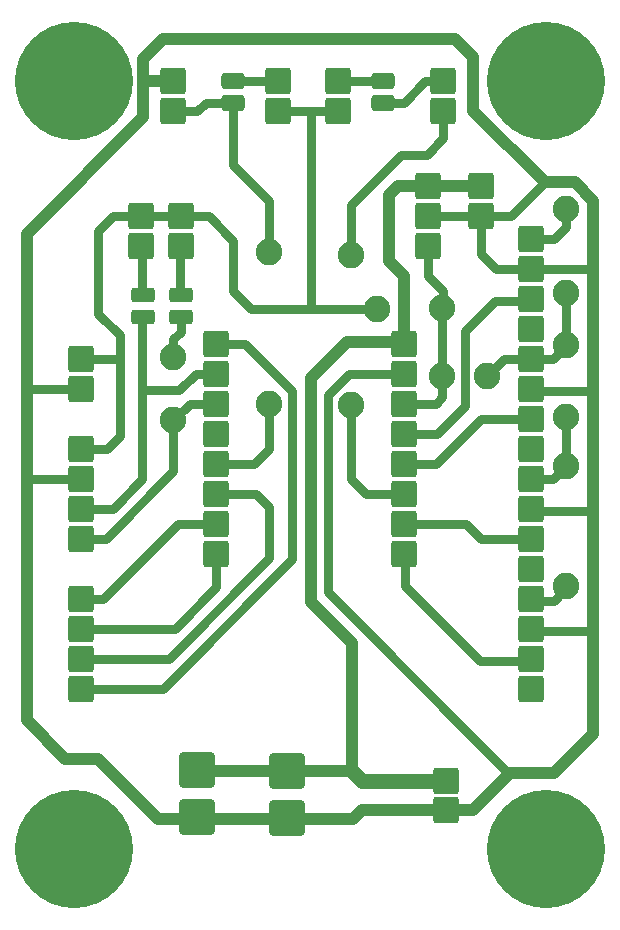
<source format=gbl>
%TF.GenerationSoftware,KiCad,Pcbnew,9.0.3*%
%TF.CreationDate,2026-01-09T17:49:23-03:00*%
%TF.ProjectId,PCB-SPARK-Nano-0.1,5043422d-5350-4415-924b-2d4e616e6f2d,rev?*%
%TF.SameCoordinates,Original*%
%TF.FileFunction,Copper,L2,Bot*%
%TF.FilePolarity,Positive*%
%FSLAX46Y46*%
G04 Gerber Fmt 4.6, Leading zero omitted, Abs format (unit mm)*
G04 Created by KiCad (PCBNEW 9.0.3) date 2026-01-09 17:49:23*
%MOMM*%
%LPD*%
G01*
G04 APERTURE LIST*
G04 Aperture macros list*
%AMRoundRect*
0 Rectangle with rounded corners*
0 $1 Rounding radius*
0 $2 $3 $4 $5 $6 $7 $8 $9 X,Y pos of 4 corners*
0 Add a 4 corners polygon primitive as box body*
4,1,4,$2,$3,$4,$5,$6,$7,$8,$9,$2,$3,0*
0 Add four circle primitives for the rounded corners*
1,1,$1+$1,$2,$3*
1,1,$1+$1,$4,$5*
1,1,$1+$1,$6,$7*
1,1,$1+$1,$8,$9*
0 Add four rect primitives between the rounded corners*
20,1,$1+$1,$2,$3,$4,$5,0*
20,1,$1+$1,$4,$5,$6,$7,0*
20,1,$1+$1,$6,$7,$8,$9,0*
20,1,$1+$1,$8,$9,$2,$3,0*%
G04 Aperture macros list end*
%TA.AperFunction,ComponentPad*%
%ADD10RoundRect,0.330882X-0.794118X-0.794118X0.794118X-0.794118X0.794118X0.794118X-0.794118X0.794118X0*%
%TD*%
%TA.AperFunction,ComponentPad*%
%ADD11RoundRect,0.330882X0.794118X0.794118X-0.794118X0.794118X-0.794118X-0.794118X0.794118X-0.794118X0*%
%TD*%
%TA.AperFunction,ComponentPad*%
%ADD12RoundRect,0.312501X-1.187499X1.187499X-1.187499X-1.187499X1.187499X-1.187499X1.187499X1.187499X0*%
%TD*%
%TA.AperFunction,ComponentPad*%
%ADD13RoundRect,0.330882X-0.794118X0.794118X-0.794118X-0.794118X0.794118X-0.794118X0.794118X0.794118X0*%
%TD*%
%TA.AperFunction,SMDPad,CuDef*%
%ADD14RoundRect,0.341463X-0.658537X0.358537X-0.658537X-0.358537X0.658537X-0.358537X0.658537X0.358537X0*%
%TD*%
%TA.AperFunction,SMDPad,CuDef*%
%ADD15RoundRect,0.304878X-0.695122X0.320122X-0.695122X-0.320122X0.695122X-0.320122X0.695122X0.320122X0*%
%TD*%
%TA.AperFunction,ViaPad*%
%ADD16C,10.000000*%
%TD*%
%TA.AperFunction,ViaPad*%
%ADD17C,2.250000*%
%TD*%
%TA.AperFunction,Conductor*%
%ADD18C,0.750000*%
%TD*%
%TA.AperFunction,Conductor*%
%ADD19C,1.000000*%
%TD*%
%TA.AperFunction,Conductor*%
%ADD20C,1.250000*%
%TD*%
G04 APERTURE END LIST*
D10*
%TO.P,J2,1,Pin_1*%
%TO.N,/5v*%
X197940000Y-67225000D03*
%TO.P,J2,2,Pin_2*%
%TO.N,/GND*%
X197940000Y-69765000D03*
%TO.P,J2,3,Pin_3*%
%TO.N,/3.3v*%
X197940000Y-72305000D03*
%TO.P,J2,4,Pin_4*%
%TO.N,/D-ENC1*%
X197940000Y-74845000D03*
%TO.P,J2,5,Pin_5*%
%TO.N,/D-ENC0*%
X197940000Y-77385000D03*
%TO.P,J2,6,Pin_6*%
%TO.N,/LED*%
X197940000Y-79925000D03*
%TO.P,J2,7,Pin_7*%
%TO.N,/D-LIN1*%
X197940000Y-82465000D03*
%TO.P,J2,8,Pin_8*%
%TO.N,/D-LIN0*%
X197940000Y-85005000D03*
%TD*%
%TO.P,J-Mot1,1,Pin_1*%
%TO.N,/OUT1*%
X170635000Y-88815000D03*
%TO.P,J-Mot1,2,Pin_2*%
%TO.N,/OUT2*%
X170635000Y-91355000D03*
%TO.P,J-Mot1,3,Pin_3*%
%TO.N,/OUT3*%
X170635000Y-93895000D03*
%TO.P,J-Mot1,4,Pin_4*%
%TO.N,/OUT4*%
X170635000Y-96435000D03*
%TD*%
%TO.P,J-led1,1,Pin_1*%
%TO.N,Net-(J-led1-Pin_1)*%
X201280000Y-45000000D03*
%TO.P,J-led1,2,Pin_2*%
%TO.N,/LED*%
X201280000Y-47540000D03*
%TD*%
D11*
%TO.P,JRd4,1,Pin_1*%
%TO.N,/3.3v*%
X192390000Y-47540000D03*
%TO.P,JRd4,2,Pin_2*%
%TO.N,Net-(JRd4-Pin_2)*%
X192390000Y-45000000D03*
%TD*%
D12*
%TO.P,V5-IN1,1,Pin_1*%
%TO.N,/5v*%
X180447500Y-103350000D03*
%TO.P,V5-IN1,2,Pin_2*%
%TO.N,/GND*%
X180447500Y-107310000D03*
%TD*%
D10*
%TO.P,J-LIN1,1,Pin_1*%
%TO.N,/3.3v*%
X208735000Y-78655000D03*
%TO.P,J-LIN1,2,Pin_2*%
%TO.N,/GND*%
X208735000Y-81195000D03*
%TO.P,J-LIN1,3,Pin_3*%
%TO.N,/D-LIN1*%
X208735000Y-83735000D03*
%TO.P,J-LIN1,4,Pin_4*%
%TO.N,/A-LIN1*%
X208735000Y-86275000D03*
%TD*%
%TO.P,J-Pow1,1,Pin_1*%
%TO.N,/5v*%
X200010000Y-53890000D03*
%TO.P,J-Pow1,2,Pin_2*%
%TO.N,/GND*%
X200010000Y-56430000D03*
%TO.P,J-Pow1,3,Pin_3*%
%TO.N,/3.3v*%
X200010000Y-58970000D03*
%TD*%
%TO.P,J-ENC1,1,Pin_1*%
%TO.N,/3.3v*%
X208735000Y-58335000D03*
%TO.P,J-ENC1,2,Pin_2*%
%TO.N,/GND*%
X208735000Y-60875000D03*
%TO.P,J-ENC1,3,Pin_3*%
%TO.N,/D-ENC1*%
X208735000Y-63415000D03*
%TO.P,J-ENC1,4,Pin_4*%
%TO.N,/A-ENC1*%
X208735000Y-65955000D03*
%TD*%
D11*
%TO.P,JRd3,1,Pin_1*%
%TO.N,/3.3v*%
X187310000Y-47545000D03*
%TO.P,JRd3,2,Pin_2*%
%TO.N,Net-(JRd3-Pin_2)*%
X187310000Y-45005000D03*
%TD*%
D10*
%TO.P,JRd2,1,Pin_1*%
%TO.N,/3.3v*%
X179055000Y-56425000D03*
%TO.P,JRd2,2,Pin_2*%
%TO.N,Net-(JRd2-Pin_2)*%
X179055000Y-58965000D03*
%TD*%
D13*
%TO.P,C2,1*%
%TO.N,/5v*%
X201520000Y-104222621D03*
%TO.P,C2,2*%
%TO.N,/GND*%
X201520000Y-106722621D03*
%TD*%
D11*
%TO.P,J-but1,1,Pin_1*%
%TO.N,/BUT*%
X178420000Y-47540000D03*
%TO.P,J-but1,2,Pin_2*%
%TO.N,/GND*%
X178420000Y-45000000D03*
%TD*%
D10*
%TO.P,J-ENC0,1,Pin_1*%
%TO.N,/3.3v*%
X208735000Y-68495000D03*
%TO.P,J-ENC0,2,Pin_2*%
%TO.N,/GND*%
X208735000Y-71035000D03*
%TO.P,J-ENC0,3,Pin_3*%
%TO.N,/D-ENC0*%
X208735000Y-73575000D03*
%TO.P,J-ENC0,4,Pin_4*%
%TO.N,/A-ENC0*%
X208735000Y-76115000D03*
%TD*%
%TO.P,J-Mot2,1,Pin_1*%
%TO.N,/3.3v*%
X170635000Y-68490000D03*
%TO.P,J-Mot2,2,Pin_2*%
%TO.N,/GND*%
X170635000Y-71030000D03*
%TD*%
%TO.P,J-Pow2,1,Pin_1*%
%TO.N,/5v*%
X204455000Y-53890000D03*
%TO.P,J-Pow2,2,Pin_2*%
%TO.N,/GND*%
X204455000Y-56430000D03*
%TD*%
%TO.P,J1,1,Pin_1*%
%TO.N,/OUT4*%
X182065000Y-67225000D03*
%TO.P,J1,2,Pin_2*%
%TO.N,/SDA*%
X182065000Y-69765000D03*
%TO.P,J1,3,Pin_3*%
%TO.N,/SCL*%
X182065000Y-72305000D03*
%TO.P,J1,4,Pin_4*%
%TO.N,unconnected-(J1-Pin_4-Pad4)*%
X182065000Y-74845000D03*
%TO.P,J1,5,Pin_5*%
%TO.N,/BUT*%
X182065000Y-77385000D03*
%TO.P,J1,6,Pin_6*%
%TO.N,/OUT3*%
X182065000Y-79925000D03*
%TO.P,J1,7,Pin_7*%
%TO.N,/OUT1*%
X182065000Y-82465000D03*
%TO.P,J1,8,Pin_8*%
%TO.N,/OUT2*%
X182065000Y-85005000D03*
%TD*%
D12*
%TO.P,V5-IN2,1,Pin_1*%
%TO.N,/5v*%
X188067500Y-103425000D03*
%TO.P,V5-IN2,2,Pin_2*%
%TO.N,/GND*%
X188067500Y-107385000D03*
%TD*%
D10*
%TO.P,JRd1,1,Pin_1*%
%TO.N,/3.3v*%
X175715000Y-56430000D03*
%TO.P,JRd1,2,Pin_2*%
%TO.N,Net-(JRd1-Pin_2)*%
X175715000Y-58970000D03*
%TD*%
%TO.P,J-LIN0,1,Pin_1*%
%TO.N,/3.3v*%
X208735000Y-88815000D03*
%TO.P,J-LIN0,2,Pin_2*%
%TO.N,/GND*%
X208735000Y-91355000D03*
%TO.P,J-LIN0,3,Pin_3*%
%TO.N,/D-LIN0*%
X208735000Y-93895000D03*
%TO.P,J-LIN0,4,Pin_4*%
%TO.N,/A-LIN0*%
X208735000Y-96435000D03*
%TD*%
%TO.P,J-I2C1,1,Pin_1*%
%TO.N,/3.3v*%
X170635000Y-76115000D03*
%TO.P,J-I2C1,2,Pin_2*%
%TO.N,/GND*%
X170635000Y-78655000D03*
%TO.P,J-I2C1,3,Pin_3*%
%TO.N,/SDA*%
X170635000Y-81195000D03*
%TO.P,J-I2C1,4,Pin_4*%
%TO.N,/SCL*%
X170635000Y-83735000D03*
%TD*%
D14*
%TO.P,R4,1*%
%TO.N,Net-(JRd4-Pin_2)*%
X196200000Y-45000000D03*
%TO.P,R4,2*%
%TO.N,Net-(J-led1-Pin_1)*%
X196200000Y-46825000D03*
%TD*%
%TO.P,R3,1*%
%TO.N,Net-(JRd3-Pin_2)*%
X183500000Y-45000000D03*
%TO.P,R3,2*%
%TO.N,/BUT*%
X183500000Y-46825000D03*
%TD*%
D15*
%TO.P,Rd2,1*%
%TO.N,Net-(JRd2-Pin_2)*%
X179055000Y-63137500D03*
%TO.P,Rd2,2*%
%TO.N,/SCL*%
X179055000Y-64962500D03*
%TD*%
%TO.P,Rd1,1*%
%TO.N,Net-(JRd1-Pin_2)*%
X175880000Y-63137500D03*
%TO.P,Rd1,2*%
%TO.N,/SDA*%
X175880000Y-64962500D03*
%TD*%
D16*
%TO.N,*%
X210000000Y-45000000D03*
X210000000Y-110000000D03*
X170000000Y-110000000D03*
X170000000Y-45000000D03*
D17*
%TO.N,/SCL*%
X178420000Y-73702000D03*
X178420000Y-68368000D03*
%TO.N,/3.3v*%
X211694000Y-73448000D03*
X205020000Y-69930000D03*
X201191000Y-64215000D03*
X211694000Y-67352000D03*
X201210000Y-69930000D03*
X211651898Y-55837102D03*
X211694000Y-77550000D03*
X211694000Y-87710000D03*
X211694000Y-62945000D03*
X195692000Y-64304000D03*
%TO.N,/BUT*%
X186510000Y-72305000D03*
X186548000Y-59478000D03*
%TO.N,/LED*%
X193495000Y-72432000D03*
X193495000Y-59732000D03*
%TD*%
D18*
%TO.N,/GND*%
X204455000Y-59605000D02*
X204455000Y-56430000D01*
X193332158Y-69765000D02*
X197940000Y-69765000D01*
D19*
X178420000Y-45000000D02*
X176001000Y-45000000D01*
X206925000Y-103585000D02*
X210640000Y-103585000D01*
D18*
X206925000Y-103585000D02*
X206925000Y-103617000D01*
D19*
X177155000Y-107470000D02*
X172089000Y-102404000D01*
X166007500Y-57920500D02*
X175880000Y-48048000D01*
X172089000Y-102404000D02*
X169276000Y-102404000D01*
D18*
X191494000Y-71603158D02*
X193332158Y-69765000D01*
X170635000Y-71030000D02*
X166012500Y-71030000D01*
D19*
X166007500Y-99135500D02*
X166007500Y-78655000D01*
D18*
X204455000Y-56430000D02*
X206995000Y-56430000D01*
X166012500Y-71030000D02*
X166007500Y-71035000D01*
X206925000Y-103585000D02*
X206779000Y-103585000D01*
X208735000Y-60875000D02*
X205725000Y-60875000D01*
D19*
X169276000Y-102404000D02*
X166007500Y-99135500D01*
X175880000Y-48048000D02*
X175880000Y-43095000D01*
X166007500Y-78655000D02*
X166007500Y-71035000D01*
X206925000Y-103617000D02*
X203819379Y-106722621D01*
X202296000Y-41444000D02*
X203820000Y-42968000D01*
X203819379Y-106722621D02*
X201520000Y-106722621D01*
D18*
X208830000Y-81360000D02*
X213910000Y-81360000D01*
X206995000Y-56430000D02*
X209852500Y-53572500D01*
D19*
X201520000Y-106722621D02*
X194421379Y-106722621D01*
X213980000Y-55160000D02*
X212392500Y-53572500D01*
D18*
X208830000Y-91520000D02*
X213910000Y-91520000D01*
X208830000Y-71200000D02*
X213910000Y-71200000D01*
D19*
X203820000Y-42968000D02*
X203820000Y-47540000D01*
X193674000Y-107470000D02*
X177155000Y-107470000D01*
X203820000Y-47540000D02*
X209852500Y-53572500D01*
X166007500Y-71035000D02*
X166007500Y-57920500D01*
D18*
X206779000Y-103585000D02*
X191494000Y-88300000D01*
X208735000Y-60875000D02*
X213745000Y-60875000D01*
X191494000Y-88300000D02*
X191494000Y-71603158D01*
D19*
X212392500Y-53572500D02*
X209852500Y-53572500D01*
D18*
X204455000Y-56430000D02*
X200010000Y-56430000D01*
D19*
X210640000Y-103585000D02*
X213980000Y-100245000D01*
X175880000Y-43095000D02*
X177531000Y-41444000D01*
D18*
X205725000Y-60875000D02*
X204455000Y-59605000D01*
D19*
X194421379Y-106722621D02*
X193674000Y-107470000D01*
X213980000Y-100245000D02*
X213980000Y-55160000D01*
D18*
X170635000Y-78655000D02*
X166007500Y-78655000D01*
D19*
X177531000Y-41444000D02*
X202296000Y-41444000D01*
D18*
%TO.N,/SCL*%
X179055000Y-64962500D02*
X179055000Y-66209000D01*
X179055000Y-66209000D02*
X178420000Y-66844000D01*
X178420000Y-66844000D02*
X178420000Y-68368000D01*
X182065000Y-72305000D02*
X179817000Y-72305000D01*
X178985000Y-65032500D02*
X179055000Y-64962500D01*
X179817000Y-72305000D02*
X178420000Y-73702000D01*
X178420000Y-78020000D02*
X172705000Y-83735000D01*
X172705000Y-83735000D02*
X170635000Y-83735000D01*
X178420000Y-73702000D02*
X178420000Y-78020000D01*
%TO.N,/SDA*%
X180325000Y-69765000D02*
X178928000Y-71162000D01*
X175810000Y-69765000D02*
X175810000Y-64770000D01*
X173340000Y-81195000D02*
X175810000Y-78725000D01*
X175810000Y-71162000D02*
X175810000Y-69765000D01*
X170635000Y-81195000D02*
X173340000Y-81195000D01*
X182065000Y-69765000D02*
X180325000Y-69765000D01*
X175810000Y-78725000D02*
X175810000Y-71162000D01*
X178928000Y-71162000D02*
X175810000Y-71162000D01*
%TO.N,Net-(JRd1-Pin_2)*%
X175810000Y-62945000D02*
X175810000Y-59130000D01*
%TO.N,Net-(JRd2-Pin_2)*%
X178985000Y-62945000D02*
X178985000Y-59130000D01*
%TO.N,/3.3v*%
X211694000Y-87710000D02*
X211694000Y-87926000D01*
X208735000Y-78655000D02*
X210589000Y-78655000D01*
X192385000Y-47545000D02*
X192390000Y-47540000D01*
X201210000Y-64304000D02*
X201210000Y-69930000D01*
X173905000Y-66520000D02*
X172070000Y-64685000D01*
X187310000Y-47545000D02*
X190104000Y-47545000D01*
X210551000Y-68495000D02*
X211694000Y-67352000D01*
X201191000Y-64215000D02*
X201280000Y-64126000D01*
X190104000Y-47545000D02*
X190104000Y-64304000D01*
X181425000Y-56425000D02*
X178890000Y-56425000D01*
X190104000Y-47545000D02*
X192385000Y-47545000D01*
X208735000Y-68495000D02*
X210551000Y-68495000D01*
X211694000Y-67352000D02*
X211694000Y-62945000D01*
X173900000Y-68490000D02*
X173905000Y-68495000D01*
X201210000Y-71740000D02*
X200645000Y-72305000D01*
X200645000Y-72305000D02*
X197940000Y-72305000D01*
X210640000Y-88980000D02*
X208830000Y-88980000D01*
X173905000Y-68495000D02*
X173905000Y-66520000D01*
X195692000Y-64304000D02*
X190104000Y-64304000D01*
X190104000Y-64304000D02*
X185024000Y-64304000D01*
X201210000Y-69930000D02*
X201210000Y-71740000D01*
X200010000Y-61510000D02*
X200010000Y-58970000D01*
X210678000Y-58335000D02*
X208735000Y-58335000D01*
X179055000Y-56425000D02*
X175720000Y-56425000D01*
X183500000Y-62780000D02*
X183500000Y-58500000D01*
X201280000Y-62780000D02*
X200010000Y-61510000D01*
X211651898Y-57361102D02*
X210678000Y-58335000D01*
X173340000Y-56430000D02*
X175715000Y-56430000D01*
X185024000Y-64304000D02*
X183500000Y-62780000D01*
X208735000Y-68495000D02*
X206455000Y-68495000D01*
X210589000Y-78655000D02*
X211694000Y-77550000D01*
X173905000Y-75010000D02*
X173905000Y-68495000D01*
X206455000Y-68495000D02*
X205020000Y-69930000D01*
X211694000Y-87926000D02*
X210640000Y-88980000D01*
X172800000Y-76115000D02*
X173905000Y-75010000D01*
X172070000Y-57700000D02*
X173340000Y-56430000D01*
X201280000Y-64126000D02*
X201280000Y-62780000D01*
X175720000Y-56425000D02*
X175715000Y-56430000D01*
X170635000Y-76115000D02*
X172800000Y-76115000D01*
X183500000Y-58500000D02*
X181425000Y-56425000D01*
X170635000Y-68490000D02*
X173900000Y-68490000D01*
X211651898Y-55837102D02*
X211651898Y-57361102D01*
X172070000Y-64685000D02*
X172070000Y-57700000D01*
X211694000Y-77550000D02*
X211694000Y-73448000D01*
%TO.N,/D-ENC0*%
X200645000Y-77385000D02*
X204455000Y-73575000D01*
X197940000Y-77385000D02*
X200645000Y-77385000D01*
X204455000Y-73575000D02*
X208735000Y-73575000D01*
%TO.N,/D-ENC1*%
X205655000Y-63580000D02*
X208830000Y-63580000D01*
X200740000Y-74845000D02*
X203115000Y-72470000D01*
X203115000Y-66120000D02*
X205655000Y-63580000D01*
X203115000Y-72470000D02*
X203115000Y-66120000D01*
X197940000Y-74845000D02*
X200740000Y-74845000D01*
%TO.N,/D-LIN0*%
X198035000Y-87729000D02*
X198035000Y-85170000D01*
X204366000Y-94060000D02*
X198035000Y-87729000D01*
X208830000Y-94060000D02*
X204366000Y-94060000D01*
%TO.N,/D-LIN1*%
X203185000Y-82465000D02*
X197940000Y-82465000D01*
X208735000Y-83735000D02*
X204455000Y-83735000D01*
X204455000Y-83735000D02*
X203185000Y-82465000D01*
%TO.N,/OUT4*%
X184535000Y-67225000D02*
X188510000Y-71200000D01*
X188510000Y-85456000D02*
X177531000Y-96435000D01*
X182065000Y-67225000D02*
X184535000Y-67225000D01*
X177531000Y-96435000D02*
X170635000Y-96435000D01*
X188510000Y-71200000D02*
X188510000Y-85456000D01*
%TO.N,/OUT2*%
X182065000Y-87837000D02*
X182065000Y-85005000D01*
X178547000Y-91355000D02*
X182065000Y-87837000D01*
X170635000Y-91355000D02*
X178547000Y-91355000D01*
%TO.N,/OUT1*%
X182065000Y-82465000D02*
X178801000Y-82465000D01*
X172451000Y-88815000D02*
X170635000Y-88815000D01*
X178801000Y-82465000D02*
X172451000Y-88815000D01*
%TO.N,/OUT3*%
X186548000Y-85386000D02*
X186548000Y-81068000D01*
X178039000Y-93895000D02*
X186548000Y-85386000D01*
X170635000Y-93895000D02*
X178039000Y-93895000D01*
X185405000Y-79925000D02*
X182065000Y-79925000D01*
X186548000Y-81068000D02*
X185405000Y-79925000D01*
D19*
%TO.N,/5v*%
X188067500Y-103425000D02*
X180522500Y-103425000D01*
X197743000Y-67098000D02*
X193160818Y-67098000D01*
X196708000Y-54652000D02*
X196708000Y-60240000D01*
X193590000Y-92555000D02*
X193590000Y-103420000D01*
X204455000Y-53890000D02*
X200010000Y-53890000D01*
D18*
X180522500Y-103425000D02*
X180447500Y-103350000D01*
D20*
X194382621Y-104222621D02*
X193585000Y-103425000D01*
D19*
X193160818Y-67098000D02*
X190104000Y-70154818D01*
X190104000Y-89069000D02*
X193590000Y-92555000D01*
X197940000Y-61472000D02*
X197940000Y-67225000D01*
X197470000Y-53890000D02*
X196708000Y-54652000D01*
D20*
X201520000Y-104222621D02*
X194382621Y-104222621D01*
D19*
X196708000Y-60240000D02*
X197940000Y-61472000D01*
X188067500Y-103425000D02*
X193585000Y-103425000D01*
X193590000Y-103420000D02*
X193585000Y-103425000D01*
X200010000Y-53890000D02*
X197470000Y-53890000D01*
X190104000Y-70154818D02*
X190104000Y-89069000D01*
D18*
%TO.N,/BUT*%
X186548000Y-55160000D02*
X183500000Y-52112000D01*
X180452000Y-47540000D02*
X181167000Y-46825000D01*
X186510000Y-76115000D02*
X186510000Y-72305000D01*
X182065000Y-77385000D02*
X185240000Y-77385000D01*
X185240000Y-77385000D02*
X186510000Y-76115000D01*
X183500000Y-52112000D02*
X183500000Y-46825000D01*
X186548000Y-59478000D02*
X186548000Y-55160000D01*
X181167000Y-46825000D02*
X183500000Y-46825000D01*
X178420000Y-47540000D02*
X180452000Y-47540000D01*
%TO.N,Net-(J-led1-Pin_1)*%
X201280000Y-45000000D02*
X199756000Y-45000000D01*
X197931000Y-46825000D02*
X196200000Y-46825000D01*
X199756000Y-45000000D02*
X197931000Y-46825000D01*
%TO.N,/LED*%
X199883000Y-51223000D02*
X197724000Y-51223000D01*
X193495000Y-55452000D02*
X193495000Y-59732000D01*
X193495000Y-78655000D02*
X194765000Y-79925000D01*
X201280000Y-47540000D02*
X201280000Y-49826000D01*
X201280000Y-49826000D02*
X199883000Y-51223000D01*
X194765000Y-79925000D02*
X197940000Y-79925000D01*
X197724000Y-51223000D02*
X193495000Y-55452000D01*
X193495000Y-72432000D02*
X193495000Y-78655000D01*
%TO.N,Net-(JRd3-Pin_2)*%
X187305000Y-45000000D02*
X187310000Y-45005000D01*
X183500000Y-45000000D02*
X187305000Y-45000000D01*
%TO.N,Net-(JRd4-Pin_2)*%
X192390000Y-45000000D02*
X196200000Y-45000000D01*
%TD*%
M02*

</source>
